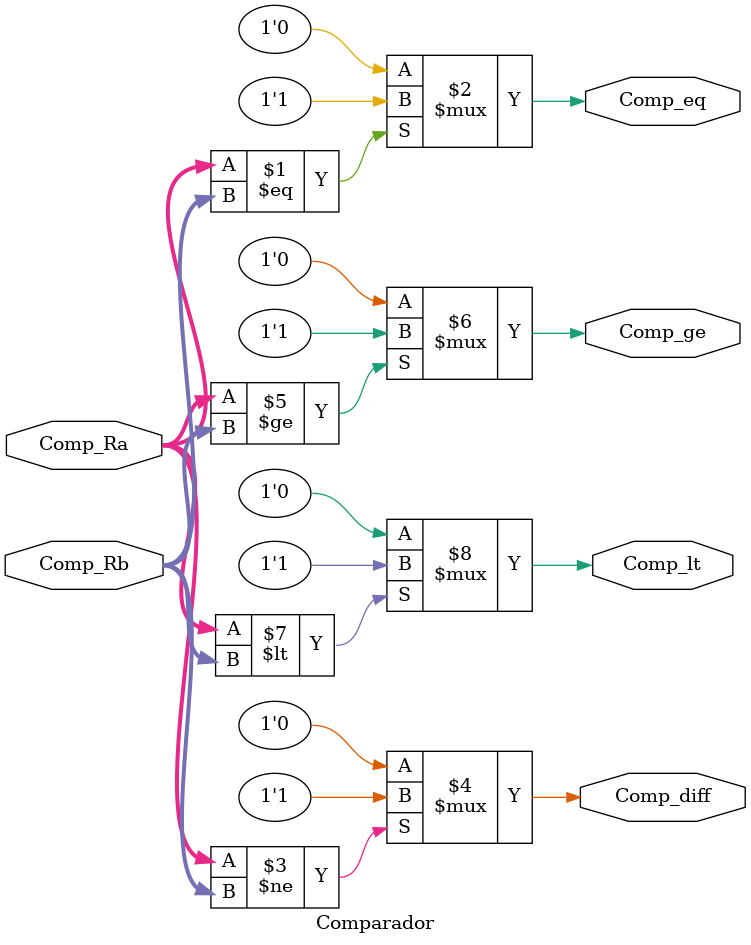
<source format=sv>
module Comparador(
	input logic signed [15:0] Comp_Ra, Comp_Rb,
	output Comp_eq, Comp_diff, Comp_ge, Comp_lt
);
	assign Comp_eq = Comp_Ra == Comp_Rb ? 1'b1 : 1'b0;
	assign Comp_diff = Comp_Ra != Comp_Rb ? 1'b1 : 1'b0;
	assign Comp_ge = Comp_Ra >= Comp_Rb ? 1'b1 : 1'b0;
	assign Comp_lt = Comp_Ra < Comp_Rb ? 1'b1 : 1'b0;
endmodule
</source>
